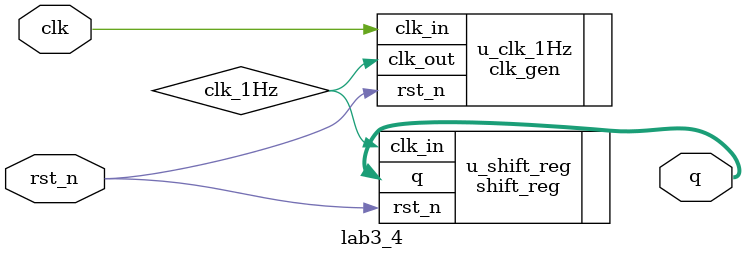
<source format=v>
module lab3_4
(
    input clk,
    input rst_n,

    output [7:0] q
);

localparam period_1Hz = 1;
localparam bit_num = 30;

wire clk_1Hz;

//1Hz clock generater
clk_gen 
#(
 .period(period_1Hz),
 .bit_num(bit_num)
)
u_clk_1Hz
(
  .clk_in(clk),
  .rst_n(rst_n),

  .clk_out(clk_1Hz)
);

//binary counter
shift_reg u_shift_reg 
(
  .clk_in(clk_1Hz),
  .rst_n(rst_n),
  .q(q)
);
endmodule

</source>
